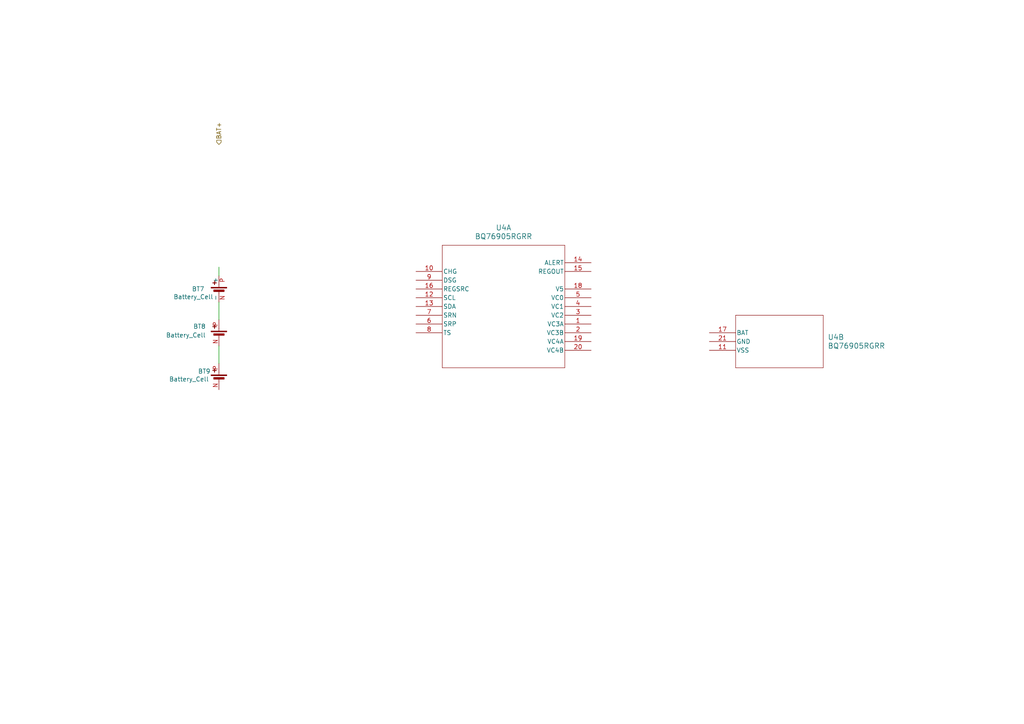
<source format=kicad_sch>
(kicad_sch (version 20250114) (generator "eeschema") (generator_version "9.0")
  (paper "A4")
  (lib_symbols
    (symbol "Battery_Cell_1" (pin_names (offset 0))
      (property "Reference" "BT1" (at 3.81 3.1116 0))
      (property "Value" "Battery_Cell" (at 3.81 0.5716 0))
      (symbol "Battery_Cell_1_0_1"
        (rectangle (start -2.286 1.778) (end 2.286 1.524) (fill (type outline)))
        (rectangle (start -1.524 1.016) (end 1.524 0.508) (fill (type outline)))
        (polyline (pts (xy 0 1.778) (xy 0 2.54)))
        (polyline (pts (xy 0 0.762) (xy 0 0)))
        (polyline (pts (xy 0.762 3.048) (xy 1.778 3.048)) (stroke (width 0.254)))
        (polyline (pts (xy 1.27 3.556) (xy 1.27 2.54)) (stroke (width 0.254)))
      )
      (symbol "Battery_Cell_1_1_1"
        (pin passive line (at 0 5.08 270) (length 2.54) (name "+") (number "P"))
        (pin passive line (at 0 -2.54 90) (length 2.54) (name "-") (number "N"))
      )
    )
    (symbol "Battery_Cell_2" (pin_names (offset 0) (hide yes))
      (property "Reference" "BT2" (at 3.81 3.1116 0))
      (property "Value" "Battery_Cell" (at 3.81 0.5716 0))
      (symbol "Battery_Cell_2_0_1"
        (rectangle (start -2.286 1.778) (end 2.286 1.524) (fill (type outline)))
        (rectangle (start -1.524 1.016) (end 1.524 0.508) (fill (type outline)))
        (polyline (pts (xy 0 1.778) (xy 0 2.54)))
        (polyline (pts (xy 0 0.762) (xy 0 0)))
        (polyline (pts (xy 0.762 3.048) (xy 1.778 3.048)) (stroke (width 0.254)))
        (polyline (pts (xy 1.27 3.556) (xy 1.27 2.54)) (stroke (width 0.254)))
      )
      (symbol "Battery_Cell_2_1_1"
        (pin passive line (at 0 5.08 270) (length 2.54) (name "+") (number "P"))
        (pin passive line (at 0 -2.54 90) (length 2.54) (name "-") (number "N"))
      )
    )
    (symbol "Device:Battery_Cell" (pin_names (offset 0) (hide yes))
      (property "Reference" "BT3" (at 3.81 3.1116 0))
      (property "Value" "Battery_Cell" (at 3.81 0.5716 0))
      (symbol "Battery_Cell_0_1"
        (rectangle (start -2.286 1.778) (end 2.286 1.524) (fill (type outline)))
        (rectangle (start -1.524 1.016) (end 1.524 0.508) (fill (type outline)))
        (polyline (pts (xy 0 1.778) (xy 0 2.54)))
        (polyline (pts (xy 0 0.762) (xy 0 0)))
        (polyline (pts (xy 0.762 3.048) (xy 1.778 3.048)) (stroke (width 0.254)))
        (polyline (pts (xy 1.27 3.556) (xy 1.27 2.54)) (stroke (width 0.254)))
      )
      (symbol "Battery_Cell_1_1"
        (pin passive line (at 0 5.08 270) (length 2.54) (name "+") (number "P"))
        (pin passive line (at 0 -2.54 90) (length 2.54) (name "-") (number "N"))
      )
    )
    (symbol "bq76905:BQ76905RGRR" (pin_names (offset 0.254))
      (property "Reference" "U" (at 25.4 12.7 0))
      (property "Value" "BQ76905RGRR" (at 25.4 10.16 0))
      (symbol "BQ76905RGRR_1_1"
        (polyline (pts (xy 7.62 7.62) (xy 7.62 -27.94)) (stroke (width 0.127)))
        (polyline (pts (xy 7.62 -27.94) (xy 43.18 -27.94)) (stroke (width 0.127)))
        (polyline (pts (xy 43.18 7.62) (xy 7.62 7.62)) (stroke (width 0.127)))
        (polyline (pts (xy 43.18 -27.94) (xy 43.18 7.62)) (stroke (width 0.127)))
        (pin unspecified line (at 0 0 0) (length 7.62) (name "CHG") (number "10"))
        (pin unspecified line (at 0 -2.54 0) (length 7.62) (name "DSG") (number "9"))
        (pin unspecified line (at 0 -5.08 0) (length 7.62) (name "REGSRC") (number "16"))
        (pin bidirectional line (at 0 -7.62 0) (length 7.62) (name "SCL") (number "12"))
        (pin bidirectional line (at 0 -10.16 0) (length 7.62) (name "SDA") (number "13"))
        (pin unspecified line (at 0 -12.7 0) (length 7.62) (name "SRN") (number "7"))
        (pin unspecified line (at 0 -15.24 0) (length 7.62) (name "SRP") (number "6"))
        (pin unspecified line (at 0 -17.78 0) (length 7.62) (name "TS") (number "8"))
        (pin output line (at 50.8 2.54 180) (length 7.62) (name "ALERT") (number "14"))
        (pin output line (at 50.8 0 180) (length 7.62) (name "REGOUT") (number "15"))
        (pin unspecified line (at 50.8 -5.08 180) (length 7.62) (name "V5") (number "18"))
        (pin unspecified line (at 50.8 -7.62 180) (length 7.62) (name "VC0") (number "5"))
        (pin unspecified line (at 50.8 -10.16 180) (length 7.62) (name "VC1") (number "4"))
        (pin unspecified line (at 50.8 -12.7 180) (length 7.62) (name "VC2") (number "3"))
        (pin unspecified line (at 50.8 -15.24 180) (length 7.62) (name "VC3A") (number "1"))
        (pin unspecified line (at 50.8 -17.78 180) (length 7.62) (name "VC3B") (number "2"))
        (pin unspecified line (at 50.8 -20.32 180) (length 7.62) (name "VC4A") (number "19"))
        (pin unspecified line (at 50.8 -22.86 180) (length 7.62) (name "VC4B") (number "20"))
      )
      (symbol "BQ76905RGRR_2_1"
        (polyline (pts (xy 7.62 5.08) (xy 7.62 -10.16)) (stroke (width 0.127)))
        (polyline (pts (xy 7.62 -10.16) (xy 33.02 -10.16)) (stroke (width 0.127)))
        (polyline (pts (xy 33.02 5.08) (xy 7.62 5.08)) (stroke (width 0.127)))
        (polyline (pts (xy 33.02 -10.16) (xy 33.02 5.08)) (stroke (width 0.127)))
        (pin power_in line (at 0 0 0) (length 7.62) (name "BAT") (number "17"))
        (pin power_out line (at 0 -2.54 0) (length 7.62) (name "GND") (number "21"))
        (pin power_out line (at 0 -5.08 0) (length 7.62) (name "VSS") (number "11"))
      )
    )
  )
  (wire (pts (xy 63.5 77.47) (xy 63.5 80.01)))
  (wire (pts (xy 63.5 100.33) (xy 63.5 105.41)))
  (wire (pts (xy 63.5 87.63) (xy 63.5 92.71)))
  (hierarchical_label "BAT+" (shape input) (at 63.5 41.91 90))
  (symbol (lib_id "Device:Battery_Cell") (at 63.5 110.49 0) (mirror y) (unit 1)
    (property "Reference" "BT9" (at 57.404 107.696 0) (effects (justify right)))
    (property "Value" "Battery_Cell" (at 49.022 109.982 0) (effects (justify right)))
    (property "Footprint" "Inductor Wuerth:BAT_1043" (effects (hide yes)))
    (property "Datasheet" "https://www.mouser.de/datasheet/2/215/1043-745411.pdf" (effects (hide yes)))
    (property "Description" "Single-cell battery" (effects (hide yes)))
  )
  (symbol (lib_id "bq76905:BQ76905RGRR") (at 205.74 96.52 0) (unit 2)
    (property "Reference" "U4" (at 240.03 97.7899 0) (effects (font (size 1.524 1.524)) (justify left)))
    (property "Value" "BQ76905RGRR" (at 240.03 100.3299 0) (effects (font (size 1.524 1.524)) (justify left)))
    (property "Footprint" "VQFN20_RGR_TEX" (effects (hide yes)))
    (property "Datasheet" "https://www.ti.com/lit/gpn/bq76905" (effects (hide yes)))
  )
  (symbol (lib_id "bq76905:BQ76905RGRR") (at 120.65 78.74 0) (unit 1)
    (property "Reference" "U4" (at 146.05 66.04 0) (effects (font (size 1.524 1.524))))
    (property "Value" "BQ76905RGRR" (at 146.05 68.58 0) (effects (font (size 1.524 1.524))))
    (property "Footprint" "VQFN20_RGR_TEX" (effects (hide yes)))
    (property "Datasheet" "https://www.ti.com/lit/gpn/bq76905" (effects (hide yes)))
  )
  (symbol (lib_name "Battery_Cell_2") (lib_id "Device:Battery_Cell") (at 63.5 97.79 0) (mirror y) (unit 1)
    (property "Reference" "BT8" (at 59.69 94.6784 0) (effects (justify left)))
    (property "Value" "Battery_Cell" (at 59.69 97.2184 0) (effects (justify left)))
    (property "Footprint" "Inductor Wuerth:BAT_1043" (effects (hide yes)))
    (property "Datasheet" "https://www.mouser.de/datasheet/2/215/1043-745411.pdf" (effects (hide yes)))
    (property "Description" "Single-cell battery" (effects (hide yes)))
  )
  (symbol (lib_name "Battery_Cell_1") (lib_id "Device:Battery_Cell") (at 63.5 85.09 0) (mirror y) (unit 1)
    (property "Reference" "BT7" (at 55.626 83.82 0) (effects (justify right)))
    (property "Value" "Battery_Cell" (at 50.292 86.106 0) (effects (justify right)))
    (property "Footprint" "Inductor Wuerth:BAT_1043" (effects (hide yes)))
    (property "Datasheet" "https://www.mouser.de/datasheet/2/215/1043-745411.pdf" (effects (hide yes)))
    (property "Description" "Single-cell battery" (effects (hide yes)))
  )
)
</source>
